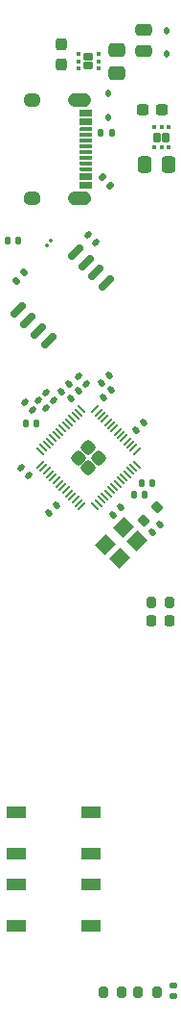
<source format=gbr>
%TF.GenerationSoftware,KiCad,Pcbnew,8.0.3*%
%TF.CreationDate,2024-07-23T11:53:19+01:00*%
%TF.ProjectId,ELI2040,454c4932-3034-4302-9e6b-696361645f70,rev?*%
%TF.SameCoordinates,Original*%
%TF.FileFunction,Paste,Top*%
%TF.FilePolarity,Positive*%
%FSLAX46Y46*%
G04 Gerber Fmt 4.6, Leading zero omitted, Abs format (unit mm)*
G04 Created by KiCad (PCBNEW 8.0.3) date 2024-07-23 11:53:19*
%MOMM*%
%LPD*%
G01*
G04 APERTURE LIST*
G04 Aperture macros list*
%AMRoundRect*
0 Rectangle with rounded corners*
0 $1 Rounding radius*
0 $2 $3 $4 $5 $6 $7 $8 $9 X,Y pos of 4 corners*
0 Add a 4 corners polygon primitive as box body*
4,1,4,$2,$3,$4,$5,$6,$7,$8,$9,$2,$3,0*
0 Add four circle primitives for the rounded corners*
1,1,$1+$1,$2,$3*
1,1,$1+$1,$4,$5*
1,1,$1+$1,$6,$7*
1,1,$1+$1,$8,$9*
0 Add four rect primitives between the rounded corners*
20,1,$1+$1,$2,$3,$4,$5,0*
20,1,$1+$1,$4,$5,$6,$7,0*
20,1,$1+$1,$6,$7,$8,$9,0*
20,1,$1+$1,$8,$9,$2,$3,0*%
%AMRotRect*
0 Rectangle, with rotation*
0 The origin of the aperture is its center*
0 $1 length*
0 $2 width*
0 $3 Rotation angle, in degrees counterclockwise*
0 Add horizontal line*
21,1,$1,$2,0,0,$3*%
G04 Aperture macros list end*
%ADD10C,0.000000*%
%ADD11RoundRect,0.140000X0.170000X-0.140000X0.170000X0.140000X-0.170000X0.140000X-0.170000X-0.140000X0*%
%ADD12R,1.700000X1.000000*%
%ADD13RoundRect,0.140000X-0.021213X0.219203X-0.219203X0.021213X0.021213X-0.219203X0.219203X-0.021213X0*%
%ADD14RoundRect,0.135000X-0.226274X-0.035355X-0.035355X-0.226274X0.226274X0.035355X0.035355X0.226274X0*%
%ADD15RoundRect,0.250000X0.000000X-0.413257X0.413257X0.000000X0.000000X0.413257X-0.413257X0.000000X0*%
%ADD16RoundRect,0.050000X-0.238649X-0.309359X0.309359X0.238649X0.238649X0.309359X-0.309359X-0.238649X0*%
%ADD17RoundRect,0.050000X0.238649X-0.309359X0.309359X-0.238649X-0.238649X0.309359X-0.309359X0.238649X0*%
%ADD18RoundRect,0.140000X-0.140000X-0.170000X0.140000X-0.170000X0.140000X0.170000X-0.140000X0.170000X0*%
%ADD19RoundRect,0.135000X0.035355X-0.226274X0.226274X-0.035355X-0.035355X0.226274X-0.226274X0.035355X0*%
%ADD20RoundRect,0.140000X0.219203X0.021213X0.021213X0.219203X-0.219203X-0.021213X-0.021213X-0.219203X0*%
%ADD21RoundRect,0.140000X0.140000X0.170000X-0.140000X0.170000X-0.140000X-0.170000X0.140000X-0.170000X0*%
%ADD22RoundRect,0.140000X0.021213X-0.219203X0.219203X-0.021213X-0.021213X0.219203X-0.219203X0.021213X0*%
%ADD23RoundRect,0.200000X-0.053033X0.335876X-0.335876X0.053033X0.053033X-0.335876X0.335876X-0.053033X0*%
%ADD24RoundRect,0.250000X-0.337500X-0.475000X0.337500X-0.475000X0.337500X0.475000X-0.337500X0.475000X0*%
%ADD25RoundRect,0.200000X0.200000X0.275000X-0.200000X0.275000X-0.200000X-0.275000X0.200000X-0.275000X0*%
%ADD26RoundRect,0.112500X-0.112500X0.187500X-0.112500X-0.187500X0.112500X-0.187500X0.112500X0.187500X0*%
%ADD27RoundRect,0.172500X0.172500X-0.262500X0.172500X0.262500X-0.172500X0.262500X-0.172500X-0.262500X0*%
%ADD28RoundRect,0.093750X0.106250X-0.093750X0.106250X0.093750X-0.106250X0.093750X-0.106250X-0.093750X0*%
%ADD29RoundRect,0.135000X-0.135000X-0.185000X0.135000X-0.185000X0.135000X0.185000X-0.135000X0.185000X0*%
%ADD30RoundRect,0.218750X0.218750X0.256250X-0.218750X0.256250X-0.218750X-0.256250X0.218750X-0.256250X0*%
%ADD31RotRect,1.400000X1.200000X45.000000*%
%ADD32RoundRect,0.237500X0.237500X-0.300000X0.237500X0.300000X-0.237500X0.300000X-0.237500X-0.300000X0*%
%ADD33RoundRect,0.140000X-0.219203X-0.021213X-0.021213X-0.219203X0.219203X0.021213X0.021213X0.219203X0*%
%ADD34RoundRect,0.250000X0.475000X-0.337500X0.475000X0.337500X-0.475000X0.337500X-0.475000X-0.337500X0*%
%ADD35RoundRect,0.250000X0.475000X-0.250000X0.475000X0.250000X-0.475000X0.250000X-0.475000X-0.250000X0*%
%ADD36R,1.100000X0.550000*%
%ADD37R,1.100000X0.300000*%
%ADD38RoundRect,0.237500X-0.300000X-0.237500X0.300000X-0.237500X0.300000X0.237500X-0.300000X0.237500X0*%
%ADD39RoundRect,0.067500X0.000000X0.095459X-0.095459X0.000000X0.000000X-0.095459X0.095459X0.000000X0*%
%ADD40RoundRect,0.172500X0.262500X0.172500X-0.262500X0.172500X-0.262500X-0.172500X0.262500X-0.172500X0*%
%ADD41RoundRect,0.093750X0.093750X0.106250X-0.093750X0.106250X-0.093750X-0.106250X0.093750X-0.106250X0*%
%ADD42RoundRect,0.200000X-0.200000X-0.275000X0.200000X-0.275000X0.200000X0.275000X-0.200000X0.275000X0*%
%ADD43RoundRect,0.150000X-0.353553X-0.565685X0.565685X0.353553X0.353553X0.565685X-0.565685X-0.353553X0*%
G04 APERTURE END LIST*
D10*
%TO.C,USB2*%
G36*
X213965000Y-46680000D02*
G01*
X212864999Y-46680000D01*
X212864999Y-46380000D01*
X213965000Y-46380000D01*
X213965000Y-46680000D01*
G37*
G36*
X213965000Y-49180000D02*
G01*
X212864999Y-49180000D01*
X212864999Y-48880000D01*
X213965000Y-48880000D01*
X213965000Y-49180000D01*
G37*
G36*
X213965000Y-46180000D02*
G01*
X212865000Y-46180000D01*
X212865000Y-45880000D01*
X213965000Y-45880000D01*
X213965000Y-46180000D01*
G37*
G36*
X213965000Y-47180000D02*
G01*
X212865000Y-47180000D01*
X212865000Y-46880000D01*
X213965000Y-46880000D01*
X213965000Y-47180000D01*
G37*
G36*
X213965000Y-47680000D02*
G01*
X212865000Y-47680000D01*
X212865000Y-47380000D01*
X213965000Y-47380000D01*
X213965000Y-47680000D01*
G37*
G36*
X213965000Y-48180000D02*
G01*
X212865000Y-48180000D01*
X212865000Y-47880000D01*
X213965000Y-47880000D01*
X213965000Y-48180000D01*
G37*
G36*
X213965000Y-48680000D02*
G01*
X212865000Y-48680000D01*
X212865000Y-48380000D01*
X213965000Y-48380000D01*
X213965000Y-48680000D01*
G37*
G36*
X213965000Y-51280000D02*
G01*
X212865000Y-51280000D01*
X212865000Y-50680000D01*
X213965000Y-50680000D01*
X213965000Y-51280000D01*
G37*
G36*
X213965000Y-44880000D02*
G01*
X212865000Y-44880000D01*
X212865000Y-44280000D01*
X213965000Y-44280000D01*
X213965000Y-44880000D01*
G37*
G36*
X213965000Y-45680000D02*
G01*
X212865000Y-45680000D01*
X212865000Y-45080000D01*
X213965000Y-45080000D01*
X213965000Y-45680000D01*
G37*
G36*
X213965000Y-49680000D02*
G01*
X212865000Y-49680000D01*
X212865000Y-49380000D01*
X213965000Y-49380000D01*
X213965000Y-49680000D01*
G37*
G36*
X213965000Y-50480000D02*
G01*
X212865000Y-50480000D01*
X212865000Y-49880000D01*
X213965000Y-49880000D01*
X213965000Y-50480000D01*
G37*
G36*
X208815000Y-42855001D02*
G01*
X208845000Y-42856000D01*
X208874500Y-42858000D01*
X208904500Y-42861500D01*
X208934001Y-42867000D01*
X208963000Y-42873500D01*
X208992000Y-42881500D01*
X209020000Y-42891000D01*
X209048000Y-42902000D01*
X209075500Y-42914500D01*
X209102000Y-42928000D01*
X209128000Y-42943000D01*
X209153000Y-42959500D01*
X209177000Y-42976501D01*
X209200500Y-42995501D01*
X209223000Y-43015000D01*
X209244500Y-43036000D01*
X209265000Y-43058000D01*
X209284000Y-43081000D01*
X209302000Y-43105000D01*
X209319000Y-43129500D01*
X209334500Y-43155001D01*
X209349000Y-43181500D01*
X209362000Y-43208500D01*
X209373500Y-43236000D01*
X209383500Y-43264000D01*
X209392500Y-43292500D01*
X209399999Y-43321500D01*
X209406000Y-43351001D01*
X209410500Y-43380500D01*
X209413500Y-43410000D01*
X209415000Y-43440000D01*
X209415000Y-43470000D01*
X209413500Y-43500000D01*
X209410500Y-43529500D01*
X209406000Y-43559000D01*
X209400000Y-43588500D01*
X209392501Y-43617500D01*
X209383500Y-43646000D01*
X209373500Y-43674000D01*
X209362000Y-43702000D01*
X209349000Y-43729000D01*
X209334500Y-43755000D01*
X209319000Y-43780500D01*
X209302000Y-43805501D01*
X209284000Y-43829001D01*
X209265000Y-43852000D01*
X209244500Y-43874000D01*
X209223000Y-43895000D01*
X209200500Y-43914500D01*
X209177000Y-43933500D01*
X209153000Y-43950500D01*
X209128000Y-43967000D01*
X209102001Y-43982000D01*
X209075500Y-43995500D01*
X209048000Y-44008000D01*
X209020000Y-44019000D01*
X208992000Y-44028500D01*
X208963000Y-44036500D01*
X208934000Y-44043000D01*
X208904500Y-44048501D01*
X208874500Y-44052000D01*
X208845000Y-44054500D01*
X208815000Y-44055000D01*
X208515000Y-44055000D01*
X208485000Y-44054500D01*
X208455000Y-44052000D01*
X208425500Y-44048500D01*
X208396000Y-44043000D01*
X208367000Y-44036500D01*
X208338000Y-44028499D01*
X208310000Y-44019000D01*
X208282000Y-44008000D01*
X208254500Y-43995499D01*
X208228000Y-43982000D01*
X208202000Y-43967000D01*
X208177000Y-43950500D01*
X208152500Y-43933500D01*
X208129500Y-43914500D01*
X208107000Y-43895000D01*
X208085500Y-43874000D01*
X208065000Y-43852000D01*
X208046000Y-43829000D01*
X208027999Y-43805500D01*
X208011000Y-43780500D01*
X207995500Y-43755000D01*
X207981000Y-43729000D01*
X207968000Y-43702001D01*
X207956500Y-43674000D01*
X207946000Y-43646000D01*
X207937500Y-43617500D01*
X207930000Y-43588500D01*
X207924000Y-43559000D01*
X207919500Y-43529500D01*
X207916500Y-43500000D01*
X207915000Y-43470000D01*
X207915000Y-43440000D01*
X207916500Y-43409999D01*
X207919500Y-43380500D01*
X207924000Y-43351000D01*
X207929999Y-43321500D01*
X207937500Y-43292500D01*
X207946000Y-43264000D01*
X207956500Y-43236000D01*
X207968000Y-43208500D01*
X207981000Y-43181500D01*
X207995500Y-43155001D01*
X208011000Y-43129499D01*
X208028000Y-43105000D01*
X208046000Y-43081000D01*
X208065000Y-43058000D01*
X208085500Y-43035999D01*
X208107000Y-43015000D01*
X208129500Y-42995500D01*
X208152500Y-42976500D01*
X208177000Y-42959500D01*
X208201999Y-42943000D01*
X208228000Y-42928000D01*
X208254500Y-42914500D01*
X208282000Y-42902001D01*
X208310000Y-42890999D01*
X208338000Y-42881500D01*
X208367000Y-42873500D01*
X208396000Y-42867000D01*
X208425500Y-42861500D01*
X208455000Y-42857999D01*
X208485000Y-42856000D01*
X208514999Y-42855000D01*
X208815000Y-42855001D01*
G37*
G36*
X208845000Y-51505500D02*
G01*
X208874500Y-51508000D01*
X208904500Y-51511499D01*
X208934000Y-51517000D01*
X208963000Y-51523500D01*
X208992000Y-51531500D01*
X209020000Y-51541000D01*
X209048000Y-51552000D01*
X209075500Y-51564500D01*
X209102001Y-51578000D01*
X209128000Y-51593000D01*
X209153000Y-51609500D01*
X209177000Y-51626500D01*
X209200500Y-51645500D01*
X209223000Y-51665000D01*
X209244500Y-51686000D01*
X209265000Y-51708000D01*
X209284000Y-51730999D01*
X209302000Y-51754499D01*
X209319000Y-51779500D01*
X209334500Y-51805000D01*
X209349000Y-51831000D01*
X209362000Y-51858000D01*
X209373500Y-51886000D01*
X209383500Y-51914000D01*
X209392501Y-51942500D01*
X209400000Y-51971500D01*
X209406000Y-52001000D01*
X209410500Y-52030500D01*
X209413500Y-52060000D01*
X209415000Y-52090000D01*
X209415000Y-52120000D01*
X209413500Y-52150000D01*
X209410500Y-52179500D01*
X209406000Y-52208999D01*
X209399999Y-52238500D01*
X209392500Y-52267500D01*
X209383500Y-52296000D01*
X209373500Y-52324000D01*
X209362000Y-52351500D01*
X209349000Y-52378500D01*
X209334500Y-52404999D01*
X209319000Y-52430500D01*
X209302000Y-52455000D01*
X209284000Y-52479000D01*
X209265000Y-52502000D01*
X209244500Y-52524000D01*
X209223000Y-52545000D01*
X209200500Y-52564499D01*
X209177000Y-52583499D01*
X209153000Y-52600500D01*
X209128000Y-52617000D01*
X209102000Y-52632000D01*
X209075500Y-52645500D01*
X209048000Y-52658000D01*
X209020000Y-52669000D01*
X208992000Y-52678500D01*
X208963000Y-52686500D01*
X208934001Y-52693000D01*
X208904500Y-52698500D01*
X208874500Y-52702000D01*
X208845000Y-52704000D01*
X208815000Y-52704999D01*
X208514999Y-52705000D01*
X208485000Y-52704000D01*
X208455000Y-52702001D01*
X208425500Y-52698500D01*
X208396000Y-52693000D01*
X208367000Y-52686500D01*
X208338000Y-52678500D01*
X208310000Y-52669001D01*
X208282000Y-52657999D01*
X208254500Y-52645500D01*
X208228000Y-52632000D01*
X208201999Y-52617000D01*
X208177000Y-52600500D01*
X208152500Y-52583500D01*
X208129500Y-52564500D01*
X208107000Y-52545000D01*
X208085500Y-52524001D01*
X208065000Y-52502000D01*
X208046000Y-52479000D01*
X208028000Y-52455000D01*
X208011000Y-52430501D01*
X207995500Y-52404999D01*
X207981000Y-52378500D01*
X207968000Y-52351500D01*
X207956500Y-52324000D01*
X207946000Y-52296000D01*
X207937500Y-52267500D01*
X207929999Y-52238500D01*
X207924000Y-52209000D01*
X207919500Y-52179500D01*
X207916500Y-52150001D01*
X207915000Y-52120000D01*
X207915000Y-52090000D01*
X207916500Y-52060000D01*
X207919500Y-52030500D01*
X207924000Y-52001000D01*
X207930000Y-51971500D01*
X207937500Y-51942500D01*
X207946000Y-51914000D01*
X207956500Y-51886000D01*
X207968000Y-51857999D01*
X207981000Y-51831000D01*
X207995500Y-51805000D01*
X208011000Y-51779500D01*
X208027999Y-51754500D01*
X208046000Y-51731000D01*
X208065000Y-51708000D01*
X208085500Y-51686000D01*
X208107000Y-51665000D01*
X208129500Y-51645500D01*
X208152500Y-51626500D01*
X208177000Y-51609500D01*
X208202000Y-51593000D01*
X208228000Y-51578000D01*
X208254500Y-51564501D01*
X208282000Y-51552000D01*
X208310000Y-51541000D01*
X208338000Y-51531501D01*
X208367000Y-51523500D01*
X208396000Y-51517000D01*
X208425500Y-51511500D01*
X208455000Y-51508000D01*
X208485000Y-51505500D01*
X208515000Y-51505000D01*
X208815000Y-51505000D01*
X208845000Y-51505500D01*
G37*
G36*
X213295000Y-51505500D02*
G01*
X213325000Y-51508000D01*
X213354501Y-51511500D01*
X213384000Y-51517000D01*
X213413000Y-51523500D01*
X213442000Y-51531501D01*
X213470500Y-51541001D01*
X213498000Y-51552000D01*
X213525500Y-51564501D01*
X213552000Y-51578000D01*
X213578000Y-51593000D01*
X213603000Y-51609500D01*
X213627500Y-51626500D01*
X213651000Y-51645500D01*
X213673000Y-51665000D01*
X213694500Y-51686000D01*
X213715000Y-51708000D01*
X213734000Y-51731000D01*
X213752500Y-51754500D01*
X213769000Y-51779500D01*
X213784500Y-51805000D01*
X213799000Y-51831000D01*
X213812000Y-51857999D01*
X213823500Y-51886000D01*
X213834000Y-51914000D01*
X213842500Y-51942500D01*
X213850000Y-51971500D01*
X213856000Y-52001000D01*
X213860500Y-52030500D01*
X213863500Y-52060000D01*
X213865000Y-52090000D01*
X213865000Y-52120000D01*
X213863500Y-52150001D01*
X213860500Y-52179500D01*
X213856000Y-52209000D01*
X213850000Y-52238501D01*
X213842500Y-52267500D01*
X213834000Y-52296000D01*
X213823500Y-52324000D01*
X213812000Y-52351500D01*
X213799000Y-52378500D01*
X213784500Y-52404999D01*
X213768999Y-52430500D01*
X213752500Y-52455000D01*
X213734000Y-52479000D01*
X213715000Y-52502000D01*
X213694500Y-52524001D01*
X213673000Y-52545000D01*
X213651000Y-52564500D01*
X213627500Y-52583500D01*
X213603000Y-52600500D01*
X213578001Y-52617000D01*
X213552000Y-52632000D01*
X213525500Y-52645500D01*
X213498000Y-52657999D01*
X213470500Y-52669000D01*
X213442000Y-52678500D01*
X213413000Y-52686500D01*
X213384000Y-52693000D01*
X213354500Y-52698500D01*
X213325000Y-52702001D01*
X213295000Y-52704000D01*
X213265000Y-52704999D01*
X212465000Y-52705000D01*
X212435000Y-52704000D01*
X212405500Y-52702000D01*
X212375500Y-52698500D01*
X212346000Y-52693000D01*
X212317000Y-52686500D01*
X212288500Y-52678500D01*
X212260000Y-52669000D01*
X212232000Y-52658000D01*
X212204999Y-52645500D01*
X212178000Y-52632001D01*
X212152500Y-52617000D01*
X212127000Y-52600500D01*
X212103000Y-52583500D01*
X212079500Y-52564500D01*
X212057000Y-52545000D01*
X212035500Y-52524000D01*
X212015500Y-52502000D01*
X211996000Y-52479000D01*
X211978000Y-52455000D01*
X211961000Y-52430500D01*
X211945500Y-52405000D01*
X211931001Y-52378500D01*
X211918000Y-52351500D01*
X211906500Y-52324000D01*
X211896500Y-52296000D01*
X211887500Y-52267500D01*
X211880000Y-52238500D01*
X211874000Y-52209000D01*
X211870000Y-52179500D01*
X211867000Y-52150000D01*
X211865500Y-52120000D01*
X211865500Y-52090000D01*
X211867000Y-52060000D01*
X211870000Y-52030500D01*
X211874000Y-52001000D01*
X211880000Y-51971500D01*
X211887500Y-51942500D01*
X211896500Y-51913999D01*
X211906500Y-51885999D01*
X211918000Y-51858000D01*
X211931001Y-51831000D01*
X211945500Y-51805000D01*
X211961000Y-51779500D01*
X211978000Y-51754500D01*
X211996000Y-51731000D01*
X212015500Y-51708000D01*
X212035500Y-51686000D01*
X212057000Y-51665000D01*
X212079500Y-51645500D01*
X212103000Y-51626500D01*
X212127000Y-51609499D01*
X212152500Y-51593000D01*
X212178000Y-51578000D01*
X212205000Y-51564500D01*
X212232000Y-51552000D01*
X212260000Y-51541000D01*
X212288500Y-51531500D01*
X212317000Y-51523500D01*
X212345999Y-51517000D01*
X212375500Y-51511500D01*
X212405500Y-51508000D01*
X212435000Y-51505500D01*
X212465000Y-51505000D01*
X213265000Y-51505000D01*
X213295000Y-51505500D01*
G37*
G36*
X213265000Y-42855001D02*
G01*
X213295000Y-42856000D01*
X213325000Y-42857999D01*
X213354500Y-42861500D01*
X213384000Y-42867000D01*
X213413000Y-42873500D01*
X213442000Y-42881500D01*
X213470500Y-42891000D01*
X213498000Y-42902001D01*
X213525500Y-42914500D01*
X213552000Y-42928000D01*
X213578001Y-42943000D01*
X213603000Y-42959500D01*
X213627500Y-42976500D01*
X213651000Y-42995500D01*
X213673000Y-43015000D01*
X213694500Y-43035999D01*
X213715000Y-43058000D01*
X213734000Y-43081000D01*
X213752500Y-43105000D01*
X213768999Y-43129500D01*
X213784500Y-43155001D01*
X213799000Y-43181500D01*
X213812000Y-43208500D01*
X213823500Y-43236000D01*
X213834000Y-43264000D01*
X213842500Y-43292500D01*
X213850000Y-43321499D01*
X213856000Y-43351000D01*
X213860500Y-43380500D01*
X213863500Y-43409999D01*
X213865000Y-43440000D01*
X213865000Y-43470000D01*
X213863500Y-43500000D01*
X213860500Y-43529500D01*
X213856000Y-43559000D01*
X213850000Y-43588500D01*
X213842500Y-43617500D01*
X213834000Y-43646000D01*
X213823500Y-43674000D01*
X213812000Y-43702001D01*
X213799000Y-43729000D01*
X213784500Y-43755000D01*
X213769000Y-43780500D01*
X213752500Y-43805500D01*
X213734000Y-43829000D01*
X213715000Y-43852000D01*
X213694500Y-43874000D01*
X213673000Y-43895000D01*
X213651000Y-43914500D01*
X213627500Y-43933500D01*
X213603000Y-43950500D01*
X213578000Y-43967000D01*
X213552000Y-43982000D01*
X213525500Y-43995499D01*
X213498000Y-44008000D01*
X213470500Y-44018999D01*
X213442000Y-44028499D01*
X213413000Y-44036500D01*
X213384000Y-44043000D01*
X213354501Y-44048500D01*
X213325000Y-44052000D01*
X213295000Y-44054500D01*
X213265000Y-44055000D01*
X212465000Y-44055000D01*
X212435000Y-44054500D01*
X212405500Y-44052000D01*
X212375500Y-44048500D01*
X212345999Y-44043000D01*
X212317000Y-44036500D01*
X212288500Y-44028500D01*
X212260000Y-44019000D01*
X212232000Y-44008000D01*
X212205000Y-43995500D01*
X212178000Y-43982000D01*
X212152500Y-43967000D01*
X212127000Y-43950501D01*
X212103000Y-43933500D01*
X212079500Y-43914500D01*
X212057000Y-43895000D01*
X212035500Y-43874000D01*
X212015500Y-43852000D01*
X211996000Y-43829000D01*
X211978000Y-43805500D01*
X211961000Y-43780500D01*
X211945500Y-43755000D01*
X211931001Y-43729000D01*
X211918000Y-43702000D01*
X211906500Y-43674001D01*
X211896500Y-43646001D01*
X211887500Y-43617500D01*
X211880000Y-43588500D01*
X211874000Y-43559000D01*
X211870000Y-43529500D01*
X211867000Y-43500000D01*
X211865500Y-43470000D01*
X211865500Y-43440000D01*
X211867000Y-43410000D01*
X211870000Y-43380500D01*
X211874000Y-43351000D01*
X211880000Y-43321500D01*
X211887500Y-43292500D01*
X211896500Y-43264000D01*
X211906500Y-43236000D01*
X211918000Y-43208500D01*
X211931001Y-43181500D01*
X211945500Y-43155000D01*
X211961000Y-43129500D01*
X211978000Y-43105000D01*
X211996000Y-43081000D01*
X212015500Y-43058000D01*
X212035500Y-43036000D01*
X212057000Y-43015000D01*
X212079500Y-42995500D01*
X212103000Y-42976500D01*
X212127000Y-42959500D01*
X212152500Y-42943000D01*
X212178000Y-42927999D01*
X212204999Y-42914500D01*
X212232000Y-42902000D01*
X212260000Y-42891000D01*
X212288500Y-42881500D01*
X212317000Y-42873500D01*
X212346000Y-42867000D01*
X212375500Y-42861500D01*
X212405500Y-42858000D01*
X212435000Y-42856000D01*
X212465000Y-42855000D01*
X213265000Y-42855001D01*
G37*
%TD*%
D11*
%TO.C,C6*%
X221190000Y-122320000D03*
X221190000Y-121360000D03*
%TD*%
D12*
%TO.C,SW2*%
X207250000Y-112450000D03*
X213850000Y-112450000D03*
X207250000Y-116150000D03*
X213850000Y-116150000D03*
%TD*%
D13*
%TO.C,C20*%
X210809411Y-79110589D03*
X210130589Y-79789411D03*
%TD*%
D14*
%TO.C,R4*%
X214879376Y-50279376D03*
X215600624Y-51000624D03*
%TD*%
D15*
%TO.C,U7*%
X212738962Y-74936509D03*
X213640523Y-75838070D03*
X213640523Y-74034948D03*
X214542084Y-74936509D03*
D16*
X209371366Y-75528711D03*
X209654209Y-75811554D03*
X209937051Y-76094396D03*
X210219894Y-76377239D03*
X210502737Y-76660082D03*
X210785579Y-76942924D03*
X211068422Y-77225767D03*
X211351265Y-77508610D03*
X211634108Y-77791453D03*
X211916950Y-78074295D03*
X212199793Y-78357138D03*
X212482636Y-78639981D03*
X212765478Y-78922823D03*
X213048321Y-79205666D03*
D17*
X214232725Y-79205666D03*
X214515568Y-78922823D03*
X214798410Y-78639981D03*
X215081253Y-78357138D03*
X215364096Y-78074295D03*
X215646938Y-77791453D03*
X215929781Y-77508610D03*
X216212624Y-77225767D03*
X216495467Y-76942924D03*
X216778309Y-76660082D03*
X217061152Y-76377239D03*
X217343995Y-76094396D03*
X217626837Y-75811554D03*
X217909680Y-75528711D03*
D16*
X217909680Y-74344307D03*
X217626837Y-74061464D03*
X217343995Y-73778622D03*
X217061152Y-73495779D03*
X216778309Y-73212936D03*
X216495467Y-72930094D03*
X216212624Y-72647251D03*
X215929781Y-72364408D03*
X215646938Y-72081565D03*
X215364096Y-71798723D03*
X215081253Y-71515880D03*
X214798410Y-71233037D03*
X214515568Y-70950195D03*
X214232725Y-70667352D03*
D17*
X213048321Y-70667352D03*
X212765478Y-70950195D03*
X212482636Y-71233037D03*
X212199793Y-71515880D03*
X211916950Y-71798723D03*
X211634108Y-72081565D03*
X211351265Y-72364408D03*
X211068422Y-72647251D03*
X210785579Y-72930094D03*
X210502737Y-73212936D03*
X210219894Y-73495779D03*
X209937051Y-73778622D03*
X209654209Y-74061464D03*
X209371366Y-74344307D03*
%TD*%
D18*
%TO.C,C10*%
X218320000Y-77160000D03*
X219280000Y-77160000D03*
%TD*%
D19*
%TO.C,R29*%
X207229376Y-59370624D03*
X207950624Y-58649376D03*
%TD*%
D20*
%TO.C,C18*%
X208344292Y-76463860D03*
X207665470Y-75785038D03*
%TD*%
D21*
%TO.C,C11*%
X209044330Y-71931306D03*
X208084330Y-71931306D03*
%TD*%
D22*
%TO.C,C24*%
X214960589Y-69669411D03*
X215639411Y-68990589D03*
%TD*%
D23*
%TO.C,R36*%
X219733363Y-79291637D03*
X218566637Y-80458363D03*
%TD*%
D24*
%TO.C,C8*%
X218622500Y-49180000D03*
X220697500Y-49180000D03*
%TD*%
D25*
%TO.C,R31*%
X219710000Y-121920000D03*
X218060000Y-121920000D03*
%TD*%
D22*
%TO.C,C12*%
X212056604Y-69739274D03*
X212735426Y-69060452D03*
%TD*%
D13*
%TO.C,R22*%
X211910000Y-68410000D03*
X211231178Y-69088822D03*
%TD*%
D26*
%TO.C,D1*%
X215360000Y-42870000D03*
X215360000Y-44970000D03*
%TD*%
D27*
%TO.C,U4*%
X219715000Y-46765000D03*
X220515000Y-46765000D03*
D28*
X219465000Y-47652500D03*
X220115000Y-47652500D03*
X220765000Y-47652500D03*
X220765000Y-45877500D03*
X220115000Y-45877500D03*
X219465000Y-45877500D03*
%TD*%
D29*
%TO.C,R3*%
X214700000Y-46360000D03*
X215720000Y-46360000D03*
%TD*%
D25*
%TO.C,R65*%
X220825000Y-87640000D03*
X219175000Y-87640000D03*
%TD*%
D30*
%TO.C,D15*%
X220795002Y-89250000D03*
X219220000Y-89250000D03*
%TD*%
D31*
%TO.C,Y1*%
X216371446Y-83807716D03*
X217927081Y-82252081D03*
X216725000Y-81050000D03*
X215169365Y-82605635D03*
%TD*%
D32*
%TO.C,C1*%
X211280000Y-40317502D03*
X211280000Y-38592500D03*
%TD*%
D33*
%TO.C,C33*%
X213581178Y-55331178D03*
X214260000Y-56010000D03*
%TD*%
D20*
%TO.C,C15*%
X213458822Y-68418822D03*
X212780000Y-67740000D03*
%TD*%
D34*
%TO.C,C2*%
X216130000Y-41130000D03*
X216130000Y-39055000D03*
%TD*%
D35*
%TO.C,C3*%
X218500000Y-39150000D03*
X218500000Y-37250000D03*
%TD*%
D36*
%TO.C,USB2*%
X213415000Y-44580000D03*
X213415000Y-45380000D03*
D37*
X213415000Y-46030001D03*
X213415000Y-46530000D03*
X213415001Y-47030000D03*
X213415000Y-47530000D03*
X213415000Y-48030000D03*
X213415001Y-48530000D03*
X213415000Y-49030000D03*
X213415000Y-49529999D03*
D36*
X213415000Y-50180000D03*
X213415000Y-50980000D03*
%TD*%
D22*
%TO.C,C28*%
X219321178Y-81503822D03*
X220000000Y-80825000D03*
%TD*%
D20*
%TO.C,C16*%
X208733201Y-70736294D03*
X208054379Y-70057472D03*
%TD*%
D18*
%TO.C,C4*%
X206490000Y-55860000D03*
X207450000Y-55860000D03*
%TD*%
D26*
%TO.C,D4*%
X220580000Y-37330000D03*
X220580000Y-39430000D03*
%TD*%
D38*
%TO.C,C5*%
X218427499Y-44290001D03*
X220152501Y-44290001D03*
%TD*%
D13*
%TO.C,C27*%
X216525000Y-79275000D03*
X215846178Y-79953822D03*
%TD*%
D22*
%TO.C,C37*%
X214800589Y-68399411D03*
X215479411Y-67720589D03*
%TD*%
D33*
%TO.C,R21*%
X209878716Y-69194803D03*
X210557538Y-69873625D03*
%TD*%
D39*
%TO.C,R30*%
X210344454Y-55825546D03*
X209955546Y-56214454D03*
%TD*%
D12*
%TO.C,SW1*%
X207250000Y-106096000D03*
X213850000Y-106096000D03*
X207250000Y-109796000D03*
X213850000Y-109796000D03*
%TD*%
D40*
%TO.C,U1*%
X213630000Y-40442500D03*
X213630000Y-39642500D03*
D41*
X214517500Y-40692500D03*
X214517500Y-40042500D03*
X214517500Y-39392500D03*
X212742500Y-39392500D03*
X212742500Y-40042500D03*
X212742500Y-40692500D03*
%TD*%
D20*
%TO.C,C14*%
X209861037Y-70555983D03*
X209182215Y-69877161D03*
%TD*%
D42*
%TO.C,R37*%
X214940000Y-121930000D03*
X216590000Y-121930000D03*
%TD*%
D43*
%TO.C,U11*%
X207417377Y-61958546D03*
X208315403Y-62856572D03*
X209213428Y-63754597D03*
X210111454Y-64652623D03*
X215202623Y-59561454D03*
X214304597Y-58663428D03*
X213406572Y-57765403D03*
X212508546Y-56867377D03*
%TD*%
D18*
%TO.C,C21*%
X217640000Y-78160000D03*
X218600000Y-78160000D03*
%TD*%
D22*
%TO.C,C17*%
X217890000Y-72500000D03*
X218568822Y-71821178D03*
%TD*%
M02*

</source>
